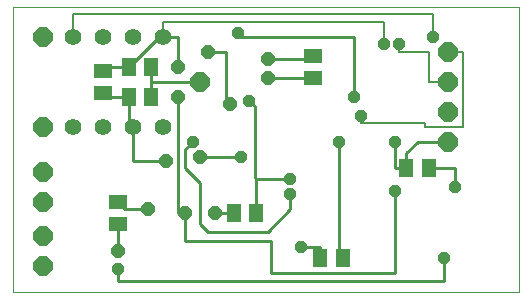
<source format=gbl>
G75*
%MOIN*%
%OFA0B0*%
%FSLAX25Y25*%
%IPPOS*%
%LPD*%
%AMOC8*
5,1,8,0,0,1.08239X$1,22.5*
%
%ADD10C,0.00000*%
%ADD11OC8,0.06400*%
%ADD12R,0.05118X0.05906*%
%ADD13R,0.05906X0.05118*%
%ADD14R,0.06299X0.05118*%
%ADD15R,0.05118X0.06299*%
%ADD16C,0.05600*%
%ADD17C,0.01000*%
%ADD18OC8,0.04362*%
%ADD19OC8,0.04000*%
%ADD20C,0.00600*%
D10*
X0003000Y0031837D02*
X0003000Y0126798D01*
X0171701Y0126798D01*
X0171701Y0031837D01*
X0003000Y0031837D01*
D11*
X0013000Y0040587D03*
X0013000Y0050587D03*
X0013000Y0061837D03*
X0013000Y0071837D03*
X0013000Y0086837D03*
X0013000Y0116837D03*
X0065500Y0101837D03*
X0148000Y0101837D03*
X0148000Y0091837D03*
X0148000Y0081837D03*
X0148000Y0111837D03*
D12*
X0141740Y0073087D03*
X0134260Y0073087D03*
X0049240Y0096837D03*
X0041760Y0096837D03*
X0041760Y0106837D03*
X0049240Y0106837D03*
D13*
X0033000Y0105578D03*
X0033000Y0098097D03*
D14*
X0038000Y0061828D03*
X0038000Y0054347D03*
X0103000Y0103097D03*
X0103000Y0110578D03*
D15*
X0084240Y0058087D03*
X0076760Y0058087D03*
X0105510Y0043087D03*
X0112990Y0043087D03*
D16*
X0053000Y0086837D03*
X0043000Y0086837D03*
X0033000Y0086837D03*
X0023000Y0086837D03*
X0023000Y0116837D03*
X0033000Y0116837D03*
X0043000Y0116837D03*
X0053000Y0116837D03*
D17*
X0058000Y0116837D01*
X0058000Y0106837D01*
X0049240Y0106837D02*
X0049240Y0101837D01*
X0065500Y0101837D01*
X0058000Y0096837D02*
X0058000Y0058087D01*
X0060500Y0058087D01*
X0060500Y0048787D01*
X0089250Y0048787D01*
X0089250Y0038087D01*
X0130500Y0038087D01*
X0130500Y0065587D01*
X0130500Y0073087D02*
X0134260Y0073087D01*
X0134250Y0073097D01*
X0134250Y0078087D01*
X0138000Y0081837D01*
X0148000Y0081837D01*
X0148000Y0073087D02*
X0141740Y0073087D01*
X0148000Y0073087D02*
X0150500Y0073087D01*
X0150500Y0066837D01*
X0130500Y0073087D02*
X0130500Y0081837D01*
X0116750Y0096837D02*
X0116750Y0116837D01*
X0078000Y0116837D01*
X0078000Y0118087D01*
X0074250Y0111837D02*
X0068000Y0111837D01*
X0074250Y0111837D02*
X0074250Y0095587D01*
X0075500Y0094337D01*
X0081750Y0095587D02*
X0083625Y0093712D01*
X0083625Y0069962D01*
X0084250Y0069337D01*
X0095500Y0069337D01*
X0095500Y0064337D02*
X0095500Y0059337D01*
X0088000Y0051837D01*
X0068000Y0051837D01*
X0065500Y0054337D01*
X0065500Y0068087D01*
X0060500Y0073087D01*
X0060500Y0079337D01*
X0063000Y0081837D01*
X0065500Y0076837D02*
X0079250Y0076837D01*
X0084250Y0069337D02*
X0084250Y0058097D01*
X0084240Y0058087D01*
X0076760Y0058087D02*
X0070500Y0058087D01*
X0054250Y0075587D02*
X0043000Y0075587D01*
X0043000Y0086837D01*
X0041760Y0088078D01*
X0041760Y0096837D01*
X0034260Y0096837D01*
X0033000Y0098097D01*
X0033000Y0105578D02*
X0034260Y0106837D01*
X0041760Y0106837D01*
X0051760Y0116837D01*
X0053000Y0116837D01*
X0049240Y0101837D02*
X0049240Y0096837D01*
X0088000Y0103087D02*
X0102990Y0103087D01*
X0103000Y0103097D01*
X0101760Y0109337D02*
X0103000Y0110578D01*
X0101760Y0109337D02*
X0088000Y0109337D01*
X0111750Y0081837D02*
X0111750Y0044328D01*
X0112990Y0043087D01*
X0105510Y0043087D02*
X0105510Y0046837D01*
X0099250Y0046837D01*
X0146750Y0043087D02*
X0146750Y0035587D01*
X0038000Y0035587D01*
X0038000Y0039337D01*
X0038000Y0045587D02*
X0038000Y0054347D01*
X0040490Y0059337D02*
X0038000Y0061828D01*
X0040490Y0059337D02*
X0048000Y0059337D01*
D18*
X0048000Y0059337D03*
X0060500Y0058087D03*
X0070500Y0058087D03*
X0054250Y0075587D03*
X0065500Y0076837D03*
X0075500Y0094337D03*
X0088000Y0103087D03*
X0088000Y0109337D03*
X0068000Y0111837D03*
X0058000Y0106837D03*
X0058000Y0096837D03*
X0038000Y0045587D03*
D19*
X0038000Y0039337D03*
X0079250Y0076837D03*
X0063000Y0081837D03*
X0081750Y0095587D03*
X0078000Y0118087D03*
X0116750Y0096837D03*
X0119250Y0090587D03*
X0111750Y0081837D03*
X0095500Y0069337D03*
X0095500Y0064337D03*
X0099250Y0046837D03*
X0130500Y0065587D03*
X0130500Y0081837D03*
X0150500Y0066837D03*
X0146750Y0043087D03*
X0131750Y0114337D03*
X0126750Y0114337D03*
X0143000Y0116837D03*
D20*
X0143000Y0124337D01*
X0023000Y0124337D01*
X0023000Y0116837D01*
X0053000Y0116837D02*
X0053000Y0121837D01*
X0126750Y0121837D01*
X0126750Y0114337D01*
X0131750Y0114337D02*
X0131750Y0111837D01*
X0141750Y0111837D01*
X0141750Y0101837D01*
X0148000Y0101837D01*
X0148000Y0111837D02*
X0153000Y0111837D01*
X0153000Y0086837D01*
X0140500Y0086837D01*
X0140500Y0088087D01*
X0119250Y0088087D01*
X0119250Y0090587D01*
X0141740Y0073087D02*
X0148000Y0073087D01*
M02*

</source>
